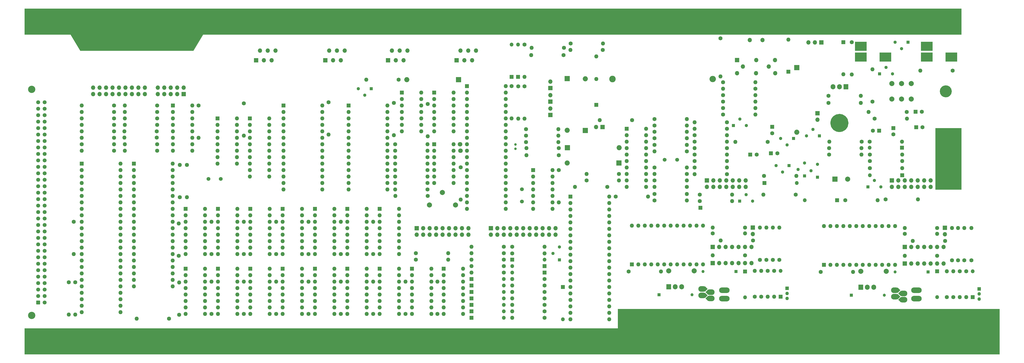
<source format=gbr>
%TF.GenerationSoftware,KiCad,Pcbnew,8.0.8+1*%
%TF.CreationDate,2025-02-09T17:16:14+01:00*%
%TF.ProjectId,Issue_5,49737375-655f-4352-9e6b-696361645f70,Issue 5*%
%TF.SameCoordinates,Original*%
%TF.FileFunction,Soldermask,Bot*%
%TF.FilePolarity,Negative*%
%FSLAX46Y46*%
G04 Gerber Fmt 4.6, Leading zero omitted, Abs format (unit mm)*
G04 Created by KiCad (PCBNEW 8.0.8+1) date 2025-02-09 17:16:14*
%MOMM*%
%LPD*%
G01*
G04 APERTURE LIST*
G04 Aperture macros list*
%AMRoundRect*
0 Rectangle with rounded corners*
0 $1 Rounding radius*
0 $2 $3 $4 $5 $6 $7 $8 $9 X,Y pos of 4 corners*
0 Add a 4 corners polygon primitive as box body*
4,1,4,$2,$3,$4,$5,$6,$7,$8,$9,$2,$3,0*
0 Add four circle primitives for the rounded corners*
1,1,$1+$1,$2,$3*
1,1,$1+$1,$4,$5*
1,1,$1+$1,$6,$7*
1,1,$1+$1,$8,$9*
0 Add four rect primitives between the rounded corners*
20,1,$1+$1,$2,$3,$4,$5,0*
20,1,$1+$1,$4,$5,$6,$7,0*
20,1,$1+$1,$6,$7,$8,$9,0*
20,1,$1+$1,$8,$9,$2,$3,0*%
%AMHorizOval*
0 Thick line with rounded ends*
0 $1 width*
0 $2 $3 position (X,Y) of the first rounded end (center of the circle)*
0 $4 $5 position (X,Y) of the second rounded end (center of the circle)*
0 Add line between two ends*
20,1,$1,$2,$3,$4,$5,0*
0 Add two circle primitives to create the rounded ends*
1,1,$1,$2,$3*
1,1,$1,$4,$5*%
%AMRotRect*
0 Rectangle, with rotation*
0 The origin of the aperture is its center*
0 $1 length*
0 $2 width*
0 $3 Rotation angle, in degrees counterclockwise*
0 Add horizontal line*
21,1,$1,$2,0,0,$3*%
G04 Aperture macros list end*
%ADD10C,3.581000*%
%ADD11C,0.100000*%
%ADD12C,2.350446*%
%ADD13R,1.905000X2.000000*%
%ADD14O,1.905000X2.000000*%
%ADD15C,1.600000*%
%ADD16O,1.600000X1.600000*%
%ADD17R,1.600000X1.600000*%
%ADD18RoundRect,0.050800X-2.250000X1.750000X-2.250000X-1.750000X2.250000X-1.750000X2.250000X1.750000X0*%
%ADD19R,1.500000X1.500000*%
%ADD20O,1.500000X1.500000*%
%ADD21R,1.200000X1.200000*%
%ADD22C,1.200000*%
%ADD23R,1.700000X1.700000*%
%ADD24O,1.700000X1.700000*%
%ADD25R,1.350000X1.350000*%
%ADD26O,1.350000X1.350000*%
%ADD27RotRect,1.500000X1.500000X45.000000*%
%ADD28RoundRect,1.100000X0.400000X0.000010X-0.400000X0.000010X-0.400000X-0.000010X0.400000X-0.000010X0*%
%ADD29RoundRect,1.100000X-0.400000X-0.000010X0.400000X-0.000010X0.400000X0.000010X-0.400000X0.000010X0*%
%ADD30R,1.300000X1.300000*%
%ADD31C,1.300000*%
%ADD32R,2.000000X2.000000*%
%ADD33O,2.000000X2.000000*%
%ADD34C,1.000000*%
%ADD35C,2.000000*%
%ADD36RoundRect,1.100000X-0.975000X-0.000010X0.975000X-0.000010X0.975000X0.000010X-0.975000X0.000010X0*%
%ADD37RoundRect,0.500000X-3.750000X-0.350000X3.750000X-0.350000X3.750000X0.350000X-3.750000X0.350000X0*%
%ADD38C,1.500000*%
%ADD39C,2.850000*%
%ADD40RoundRect,0.249999X-0.525001X0.525001X-0.525001X-0.525001X0.525001X-0.525001X0.525001X0.525001X0*%
%ADD41C,1.550000*%
%ADD42C,1.800000*%
%ADD43O,2.500000X2.600000*%
%ADD44O,2.500000X2.500000*%
%ADD45HorizOval,1.500000X0.000000X0.000000X0.000000X0.000000X0*%
G04 APERTURE END LIST*
D10*
X345071500Y-126238000D02*
G75*
G02*
X341490500Y-126238000I-1790500J0D01*
G01*
X341490500Y-126238000D02*
G75*
G02*
X345071500Y-126238000I1790500J0D01*
G01*
D11*
X391160000Y-91440000D02*
X93345000Y-91440000D01*
X89535000Y-97790000D01*
X45085000Y-97790000D01*
X41275000Y-91440000D01*
X23241000Y-91440000D01*
X23241000Y-81280000D01*
X391160000Y-81280000D01*
X391160000Y-91440000D01*
G36*
X391160000Y-91440000D02*
G01*
X93345000Y-91440000D01*
X89535000Y-97790000D01*
X45085000Y-97790000D01*
X41275000Y-91440000D01*
X23241000Y-91440000D01*
X23241000Y-81280000D01*
X391160000Y-81280000D01*
X391160000Y-91440000D01*
G37*
X406146000Y-217170000D02*
X23241000Y-217170000D01*
X23241000Y-207010000D01*
X256286000Y-207010000D01*
X256286000Y-199390000D01*
X406146000Y-199390000D01*
X406146000Y-217170000D01*
G36*
X406146000Y-217170000D02*
G01*
X23241000Y-217170000D01*
X23241000Y-207010000D01*
X256286000Y-207010000D01*
X256286000Y-199390000D01*
X406146000Y-199390000D01*
X406146000Y-217170000D01*
G37*
X381000000Y-128270000D02*
X391160000Y-128270000D01*
X391160000Y-152400000D01*
X381000000Y-152400000D01*
X381000000Y-128270000D01*
G36*
X381000000Y-128270000D02*
G01*
X391160000Y-128270000D01*
X391160000Y-152400000D01*
X381000000Y-152400000D01*
X381000000Y-128270000D01*
G37*
%TO.C,S3*%
D12*
X386239223Y-113792000D02*
G75*
G02*
X383888777Y-113792000I-1175223J0D01*
G01*
X383888777Y-113792000D02*
G75*
G02*
X386239223Y-113792000I1175223J0D01*
G01*
%TD*%
D13*
%TO.C,IC31*%
X276225000Y-190683000D03*
D14*
X278765000Y-190683000D03*
X281305000Y-190683000D03*
%TD*%
D15*
%TO.C,R47*%
X58420000Y-137160000D03*
D16*
X45720000Y-137160000D03*
%TD*%
D17*
%TO.C,C22*%
X358902000Y-129286000D03*
D15*
X356402000Y-129286000D03*
%TD*%
%TO.C,R81*%
X339217000Y-138684000D03*
D16*
X351917000Y-138684000D03*
%TD*%
D15*
%TO.C,R56*%
X297585000Y-115310000D03*
D16*
X310285000Y-115310000D03*
%TD*%
D15*
%TO.C,R62*%
X211455000Y-185039000D03*
D16*
X198755000Y-185039000D03*
%TD*%
D18*
%TO.C,J10*%
X377571000Y-96092000D03*
X377571000Y-100283000D03*
X387223000Y-100283000D03*
%TD*%
D19*
%TO.C,Z2*%
X367825400Y-135991600D03*
D20*
X355125400Y-135991600D03*
%TD*%
D15*
%TO.C,C31*%
X283337000Y-137414000D03*
D16*
X270637000Y-137414000D03*
%TD*%
D21*
%TO.C,C10*%
X347980000Y-193929000D03*
D22*
X360934000Y-193929000D03*
%TD*%
D19*
%TO.C,D2*%
X227457000Y-182499000D03*
D20*
X214757000Y-182499000D03*
%TD*%
D23*
%TO.C,J201*%
X368935000Y-175006000D03*
D24*
X371475000Y-175006000D03*
X374015000Y-175006000D03*
X376555000Y-175006000D03*
X379095000Y-175006000D03*
X381635000Y-175006000D03*
X384175000Y-175006000D03*
%TD*%
D15*
%TO.C,R86*%
X252095000Y-151384000D03*
D16*
X239395000Y-151384000D03*
%TD*%
D15*
%TO.C,R48*%
X233045000Y-138938000D03*
D16*
X220345000Y-138938000D03*
%TD*%
D15*
%TO.C,R21*%
X227457000Y-195199000D03*
D16*
X214757000Y-195199000D03*
%TD*%
D25*
%TO.C,SW2*%
X398145000Y-191453000D03*
D26*
X398145000Y-193453000D03*
X398145000Y-195453000D03*
%TD*%
D19*
%TO.C,D1*%
X227457000Y-185039000D03*
D20*
X214757000Y-185039000D03*
%TD*%
D17*
%TO.C,IC5*%
X137287000Y-160020000D03*
D16*
X137287000Y-162560000D03*
X137287000Y-165100000D03*
X137287000Y-167640000D03*
X137287000Y-170180000D03*
X137287000Y-172720000D03*
X137287000Y-175260000D03*
X137287000Y-177800000D03*
X144907000Y-177800000D03*
X144907000Y-175260000D03*
X144907000Y-172720000D03*
X144907000Y-170180000D03*
X144907000Y-167640000D03*
X144907000Y-165100000D03*
X144907000Y-162560000D03*
X144907000Y-160020000D03*
%TD*%
D15*
%TO.C,R94*%
X168783000Y-137160000D03*
D16*
X181483000Y-137160000D03*
%TD*%
D15*
%TO.C,R10*%
X235077000Y-96647000D03*
D16*
X222377000Y-96647000D03*
%TD*%
D17*
%TO.C,C41*%
X373166000Y-121793000D03*
D15*
X375666000Y-121793000D03*
%TD*%
%TO.C,R78*%
X75311000Y-134620000D03*
D16*
X62611000Y-134620000D03*
%TD*%
D15*
%TO.C,R44*%
X306197000Y-167386000D03*
D16*
X293497000Y-167386000D03*
%TD*%
D15*
%TO.C,R84*%
X355168200Y-133553200D03*
D16*
X367868200Y-133553200D03*
%TD*%
D15*
%TO.C,DC24*%
X147447000Y-201295000D03*
D16*
X147447000Y-188595000D03*
%TD*%
D27*
%TO.C,L2*%
X290449000Y-191516000D03*
D28*
X289399000Y-191516000D03*
D27*
X291719000Y-192786000D03*
D29*
X292769000Y-192786000D03*
D27*
X290449000Y-194056000D03*
D28*
X289399000Y-194056000D03*
D27*
X291719000Y-195199000D03*
D29*
X292769000Y-195199000D03*
%TD*%
D15*
%TO.C,R29*%
X355219000Y-141224000D03*
D16*
X367919000Y-141224000D03*
%TD*%
D15*
%TO.C,C32*%
X286385000Y-143764000D03*
D16*
X299085000Y-143764000D03*
%TD*%
D15*
%TO.C,JP2*%
X168783000Y-142240000D03*
D16*
X181483000Y-142240000D03*
%TD*%
D15*
%TO.C,C48*%
X234950000Y-99568000D03*
D16*
X222250000Y-99568000D03*
%TD*%
D15*
%TO.C,C49*%
X319659000Y-180086000D03*
D16*
X319659000Y-167386000D03*
%TD*%
D30*
%TO.C,TR7*%
X329565000Y-147066000D03*
D31*
X327025000Y-144526000D03*
X329565000Y-141986000D03*
%TD*%
D15*
%TO.C,R58*%
X297585000Y-120390000D03*
D16*
X310285000Y-120390000D03*
%TD*%
D15*
%TO.C,R17*%
X220218000Y-128651000D03*
D16*
X232918000Y-128651000D03*
%TD*%
D15*
%TO.C,R20*%
X227457000Y-197739000D03*
D16*
X214757000Y-197739000D03*
%TD*%
D17*
%TO.C,IC16*%
X175387000Y-183515000D03*
D16*
X175387000Y-186055000D03*
X175387000Y-188595000D03*
X175387000Y-191135000D03*
X175387000Y-193675000D03*
X175387000Y-196215000D03*
X175387000Y-198755000D03*
X175387000Y-201295000D03*
X183007000Y-201295000D03*
X183007000Y-198755000D03*
X183007000Y-196215000D03*
X183007000Y-193675000D03*
X183007000Y-191135000D03*
X183007000Y-188595000D03*
X183007000Y-186055000D03*
X183007000Y-183515000D03*
%TD*%
D15*
%TO.C,R90*%
X243967000Y-148844000D03*
D16*
X256667000Y-148844000D03*
%TD*%
D15*
%TO.C,C19*%
X326136000Y-154432000D03*
D16*
X313436000Y-154432000D03*
%TD*%
D19*
%TO.C,D16*%
X313817000Y-149860000D03*
D20*
X326517000Y-149860000D03*
%TD*%
D15*
%TO.C,R49*%
X315087000Y-133705600D03*
D16*
X302387000Y-133705600D03*
%TD*%
D17*
%TO.C,IC13*%
X137287000Y-183515000D03*
D16*
X137287000Y-186055000D03*
X137287000Y-188595000D03*
X137287000Y-191135000D03*
X137287000Y-193675000D03*
X137287000Y-196215000D03*
X137287000Y-198755000D03*
X137287000Y-201295000D03*
X144907000Y-201295000D03*
X144907000Y-198755000D03*
X144907000Y-196215000D03*
X144907000Y-193675000D03*
X144907000Y-191135000D03*
X144907000Y-188595000D03*
X144907000Y-186055000D03*
X144907000Y-183515000D03*
%TD*%
D15*
%TO.C,DC20*%
X96647000Y-201295000D03*
D16*
X96647000Y-188595000D03*
%TD*%
D15*
%TO.C,C50*%
X395097000Y-180213000D03*
D16*
X395097000Y-167513000D03*
%TD*%
D15*
%TO.C,R32*%
X288417000Y-156972000D03*
D16*
X301117000Y-156972000D03*
%TD*%
D32*
%TO.C,C37*%
X326567800Y-104444800D03*
D33*
X326567800Y-129844800D03*
%TD*%
D15*
%TO.C,DC26*%
X172847000Y-201295000D03*
D16*
X172847000Y-188595000D03*
%TD*%
D23*
%TO.C,J6*%
X192913000Y-101600000D03*
D24*
X194437000Y-97790000D03*
X195961000Y-101600000D03*
X197485000Y-97790000D03*
X199009000Y-101600000D03*
X200533000Y-97790000D03*
%TD*%
D23*
%TO.C,M2*%
X309245000Y-167335200D03*
D24*
X309245000Y-169875200D03*
%TD*%
D19*
%TO.C,D14*%
X306197000Y-184650000D03*
D20*
X306197000Y-194810000D03*
%TD*%
D30*
%TO.C,TR2*%
X370205000Y-94488000D03*
D31*
X367665000Y-97028000D03*
X365125000Y-94488000D03*
%TD*%
D19*
%TO.C,D22*%
X217043000Y-108077000D03*
D20*
X217043000Y-95377000D03*
%TD*%
D15*
%TO.C,DC5*%
X181610000Y-118745000D03*
D16*
X181610000Y-131445000D03*
%TD*%
D15*
%TO.C,R92*%
X219583000Y-95377000D03*
D16*
X219583000Y-108077000D03*
%TD*%
D23*
%TO.C,HDB1*%
X291211000Y-148844000D03*
D24*
X293751000Y-148844000D03*
X296291000Y-148844000D03*
X298831000Y-148844000D03*
X301371000Y-148844000D03*
X303911000Y-148844000D03*
X306451000Y-148844000D03*
X291211000Y-151384000D03*
X293751000Y-151384000D03*
X296291000Y-151384000D03*
X298831000Y-151384000D03*
X301371000Y-151384000D03*
X303911000Y-151384000D03*
X306451000Y-151384000D03*
%TD*%
D15*
%TO.C,R63*%
X211455000Y-182499000D03*
D16*
X198755000Y-182499000D03*
%TD*%
D17*
%TO.C,C21*%
X308269000Y-138684000D03*
D15*
X310769000Y-138684000D03*
%TD*%
D23*
%TO.C,J2*%
X85725000Y-114845000D03*
D24*
X85725000Y-112305000D03*
X83185000Y-114845000D03*
X83185000Y-112305000D03*
X80645000Y-114845000D03*
X80645000Y-112305000D03*
X78105000Y-114845000D03*
X78105000Y-112305000D03*
X75565000Y-114845000D03*
X75565000Y-112305000D03*
X70485000Y-114845000D03*
X70485000Y-112305000D03*
X67945000Y-114845000D03*
X67945000Y-112305000D03*
X65405000Y-114845000D03*
X65405000Y-112305000D03*
X62865000Y-114845000D03*
X62865000Y-112305000D03*
X60325000Y-114845000D03*
X60325000Y-112305000D03*
X57785000Y-114845000D03*
X57785000Y-112305000D03*
X55245000Y-114845000D03*
X55245000Y-112305000D03*
X52705000Y-114845000D03*
X52705000Y-112305000D03*
X50165000Y-114845000D03*
X50165000Y-112305000D03*
%TD*%
D15*
%TO.C,C13*%
X312039000Y-180086000D03*
D16*
X312039000Y-167386000D03*
%TD*%
D15*
%TO.C,R74*%
X75184000Y-129540000D03*
D16*
X62484000Y-129540000D03*
%TD*%
D15*
%TO.C,C16*%
X368935000Y-169799000D03*
D16*
X381635000Y-169799000D03*
%TD*%
D15*
%TO.C,C34*%
X286385000Y-138684000D03*
D16*
X299085000Y-138684000D03*
%TD*%
D19*
%TO.C,D3*%
X214757000Y-179959000D03*
D20*
X227457000Y-179959000D03*
%TD*%
D15*
%TO.C,C43*%
X270637000Y-124714000D03*
D16*
X283337000Y-124714000D03*
%TD*%
D30*
%TO.C,TR5*%
X334645000Y-147574000D03*
D31*
X332105000Y-145034000D03*
X334645000Y-142494000D03*
%TD*%
D17*
%TO.C,IC18*%
X45720000Y-142240000D03*
D16*
X45720000Y-144780000D03*
X45720000Y-147320000D03*
X45720000Y-149860000D03*
X45720000Y-152400000D03*
X45720000Y-154940000D03*
X45720000Y-157480000D03*
X45720000Y-160020000D03*
X45720000Y-162560000D03*
X45720000Y-165100000D03*
X45720000Y-167640000D03*
X45720000Y-170180000D03*
X45720000Y-172720000D03*
X45720000Y-175260000D03*
X45720000Y-177800000D03*
X45720000Y-180340000D03*
X45720000Y-182880000D03*
X45720000Y-185420000D03*
X45720000Y-187960000D03*
X45720000Y-190500000D03*
X45720000Y-193040000D03*
X45720000Y-195580000D03*
X45720000Y-198120000D03*
X45720000Y-200660000D03*
X60960000Y-200660000D03*
X60960000Y-198120000D03*
X60960000Y-195580000D03*
X60960000Y-193040000D03*
X60960000Y-190500000D03*
X60960000Y-187960000D03*
X60960000Y-185420000D03*
X60960000Y-182880000D03*
X60960000Y-180340000D03*
X60960000Y-177800000D03*
X60960000Y-175260000D03*
X60960000Y-172720000D03*
X60960000Y-170180000D03*
X60960000Y-167640000D03*
X60960000Y-165100000D03*
X60960000Y-162560000D03*
X60960000Y-160020000D03*
X60960000Y-157480000D03*
X60960000Y-154940000D03*
X60960000Y-152400000D03*
X60960000Y-149860000D03*
X60960000Y-147320000D03*
X60960000Y-144780000D03*
X60960000Y-142240000D03*
%TD*%
D15*
%TO.C,C20*%
X361467400Y-156311600D03*
D16*
X374167400Y-156311600D03*
%TD*%
D17*
%TO.C,IC28*%
X259715000Y-128524000D03*
D16*
X259715000Y-131064000D03*
X259715000Y-133604000D03*
X259715000Y-136144000D03*
X259715000Y-138684000D03*
X259715000Y-141224000D03*
X259715000Y-143764000D03*
X259715000Y-146304000D03*
X259715000Y-148844000D03*
X259715000Y-151384000D03*
X267335000Y-151384000D03*
X267335000Y-148844000D03*
X267335000Y-146304000D03*
X267335000Y-143764000D03*
X267335000Y-141224000D03*
X267335000Y-138684000D03*
X267335000Y-136144000D03*
X267335000Y-133604000D03*
X267335000Y-131064000D03*
X267335000Y-128524000D03*
%TD*%
D15*
%TO.C,DC27*%
X185420000Y-201295000D03*
D16*
X185420000Y-188595000D03*
%TD*%
D23*
%TO.C,J4*%
X141351000Y-101600000D03*
D24*
X142875000Y-97790000D03*
X144399000Y-101600000D03*
X145923000Y-97790000D03*
X147447000Y-101600000D03*
X148971000Y-97790000D03*
%TD*%
D21*
%TO.C,C11*%
X302641000Y-184658000D03*
D22*
X289687000Y-184658000D03*
%TD*%
D15*
%TO.C,C26*%
X270637000Y-143764000D03*
D16*
X283337000Y-143764000D03*
%TD*%
D17*
%TO.C,C47*%
X364490000Y-128207888D03*
D15*
X364490000Y-130707888D03*
%TD*%
%TO.C,R18*%
X227457000Y-202819000D03*
D16*
X214757000Y-202819000D03*
%TD*%
D15*
%TO.C,C5*%
X306197000Y-178308000D03*
D16*
X293497000Y-178308000D03*
%TD*%
D15*
%TO.C,C46*%
X345567000Y-156591000D03*
D16*
X358267000Y-156591000D03*
%TD*%
D15*
%TO.C,R61*%
X237744000Y-94996000D03*
D16*
X250444000Y-94996000D03*
%TD*%
D15*
%TO.C,R23*%
X227457000Y-190119000D03*
D16*
X214757000Y-190119000D03*
%TD*%
D15*
%TO.C,R82*%
X357149400Y-124561600D03*
D16*
X369849400Y-124561600D03*
%TD*%
D15*
%TO.C,R57*%
X297585000Y-117850000D03*
D16*
X310285000Y-117850000D03*
%TD*%
D15*
%TO.C,DC3*%
X142621000Y-118110000D03*
D16*
X142621000Y-130810000D03*
%TD*%
D34*
%TO.C,X2*%
X216027000Y-136398000D03*
X216027000Y-134698000D03*
%TD*%
D15*
%TO.C,L5*%
X369697000Y-121920000D03*
D16*
X354697000Y-121920000D03*
%TD*%
D15*
%TO.C,R33*%
X355219000Y-144018000D03*
D16*
X367919000Y-144018000D03*
%TD*%
D15*
%TO.C,R76*%
X75184000Y-131953000D03*
D16*
X62484000Y-131953000D03*
%TD*%
D15*
%TO.C,R51*%
X270637000Y-129674000D03*
D16*
X283337000Y-129674000D03*
%TD*%
D15*
%TO.C,R85*%
X261874000Y-125095000D03*
D16*
X249174000Y-125095000D03*
%TD*%
D35*
%TO.C,TC1*%
X187325000Y-153543000D03*
X192532000Y-158496000D03*
X182245000Y-158496000D03*
%TD*%
D15*
%TO.C,R40*%
X315087000Y-184404000D03*
D16*
X315087000Y-194564000D03*
%TD*%
D23*
%TO.C,J202*%
X368935000Y-181483000D03*
D24*
X371475000Y-181483000D03*
X374015000Y-181483000D03*
X376555000Y-181483000D03*
X379095000Y-181483000D03*
X381635000Y-181483000D03*
X384175000Y-181483000D03*
%TD*%
D15*
%TO.C,R15*%
X387731000Y-105664000D03*
D16*
X375031000Y-105664000D03*
%TD*%
D17*
%TO.C,D25*%
X323215000Y-106045000D03*
D16*
X323215000Y-93472000D03*
%TD*%
D15*
%TO.C,R80*%
X220218000Y-131191000D03*
D16*
X232918000Y-131191000D03*
%TD*%
D15*
%TO.C,DC16*%
X160147000Y-177800000D03*
D16*
X160147000Y-165100000D03*
%TD*%
D15*
%TO.C,R8*%
X214503000Y-111760000D03*
D16*
X214503000Y-124460000D03*
%TD*%
D17*
%TO.C,IC25*%
X184150000Y-114300000D03*
D16*
X184150000Y-116840000D03*
X184150000Y-119380000D03*
X184150000Y-121920000D03*
X184150000Y-124460000D03*
X184150000Y-127000000D03*
X184150000Y-129540000D03*
X191770000Y-129540000D03*
X191770000Y-127000000D03*
X191770000Y-124460000D03*
X191770000Y-121920000D03*
X191770000Y-119380000D03*
X191770000Y-116840000D03*
X191770000Y-114300000D03*
%TD*%
D15*
%TO.C,R12*%
X339217000Y-136144000D03*
D16*
X351917000Y-136144000D03*
%TD*%
D17*
%TO.C,IC33*%
X124968000Y-119380000D03*
D16*
X124968000Y-121920000D03*
X124968000Y-124460000D03*
X124968000Y-127000000D03*
X124968000Y-129540000D03*
X124968000Y-132080000D03*
X124968000Y-134620000D03*
X124968000Y-137160000D03*
X124968000Y-139700000D03*
X124968000Y-142240000D03*
X124968000Y-144780000D03*
X124968000Y-147320000D03*
X124968000Y-149860000D03*
X124968000Y-152400000D03*
X140208000Y-152400000D03*
X140208000Y-149860000D03*
X140208000Y-147320000D03*
X140208000Y-144780000D03*
X140208000Y-142240000D03*
X140208000Y-139700000D03*
X140208000Y-137160000D03*
X140208000Y-134620000D03*
X140208000Y-132080000D03*
X140208000Y-129540000D03*
X140208000Y-127000000D03*
X140208000Y-124460000D03*
X140208000Y-121920000D03*
X140208000Y-119380000D03*
%TD*%
D17*
%TO.C,IC10*%
X99187000Y-183515000D03*
D16*
X99187000Y-186055000D03*
X99187000Y-188595000D03*
X99187000Y-191135000D03*
X99187000Y-193675000D03*
X99187000Y-196215000D03*
X99187000Y-198755000D03*
X99187000Y-201295000D03*
X106807000Y-201295000D03*
X106807000Y-198755000D03*
X106807000Y-196215000D03*
X106807000Y-193675000D03*
X106807000Y-191135000D03*
X106807000Y-188595000D03*
X106807000Y-186055000D03*
X106807000Y-183515000D03*
%TD*%
D15*
%TO.C,R54*%
X270637000Y-132214000D03*
D16*
X283337000Y-132214000D03*
%TD*%
D15*
%TO.C,R35*%
X385445000Y-194691000D03*
D16*
X385445000Y-184531000D03*
%TD*%
D15*
%TO.C,C44*%
X338963000Y-115570000D03*
D16*
X351663000Y-115570000D03*
%TD*%
D19*
%TO.C,D10*%
X198755000Y-190119000D03*
D20*
X211455000Y-190119000D03*
%TD*%
D15*
%TO.C,R72*%
X75311000Y-127000000D03*
D16*
X62611000Y-127000000D03*
%TD*%
D17*
%TO.C,IC3*%
X111887000Y-160020000D03*
D16*
X111887000Y-162560000D03*
X111887000Y-165100000D03*
X111887000Y-167640000D03*
X111887000Y-170180000D03*
X111887000Y-172720000D03*
X111887000Y-175260000D03*
X111887000Y-177800000D03*
X119507000Y-177800000D03*
X119507000Y-175260000D03*
X119507000Y-172720000D03*
X119507000Y-170180000D03*
X119507000Y-167640000D03*
X119507000Y-165100000D03*
X119507000Y-162560000D03*
X119507000Y-160020000D03*
%TD*%
D15*
%TO.C,C45*%
X286385000Y-131064000D03*
D16*
X299085000Y-131064000D03*
%TD*%
D13*
%TO.C,U35*%
X345821000Y-112014000D03*
D14*
X343281000Y-112014000D03*
X340741000Y-112014000D03*
%TD*%
D19*
%TO.C,D12*%
X320167000Y-194564000D03*
D20*
X320167000Y-184404000D03*
%TD*%
D23*
%TO.C,J101*%
X293497000Y-175006000D03*
D24*
X296037000Y-175006000D03*
X298577000Y-175006000D03*
X301117000Y-175006000D03*
X303657000Y-175006000D03*
X306197000Y-175006000D03*
X308737000Y-175006000D03*
%TD*%
D23*
%TO.C,J3*%
X114173000Y-101600000D03*
D24*
X115697000Y-97790000D03*
X117221000Y-101600000D03*
X118745000Y-97790000D03*
X120269000Y-101600000D03*
X121793000Y-97790000D03*
%TD*%
D15*
%TO.C,R88*%
X310261000Y-112770000D03*
D16*
X297561000Y-112770000D03*
%TD*%
D15*
%TO.C,R25*%
X283337000Y-151384000D03*
D16*
X270637000Y-151384000D03*
%TD*%
D18*
%TO.C,J9*%
X351703000Y-96092000D03*
X351703000Y-100283000D03*
X361355000Y-100283000D03*
%TD*%
D15*
%TO.C,R98*%
X270637000Y-156718000D03*
D16*
X283337000Y-156718000D03*
%TD*%
D19*
%TO.C,D13*%
X395605000Y-194691000D03*
D20*
X395605000Y-184531000D03*
%TD*%
D15*
%TO.C,R42*%
X314579000Y-180086000D03*
D16*
X314579000Y-167386000D03*
%TD*%
D36*
%TO.C,L6*%
X298103000Y-192024000D03*
X298103000Y-195326000D03*
%TD*%
D17*
%TO.C,IC27*%
X171450000Y-114300000D03*
D16*
X171450000Y-116840000D03*
X171450000Y-119380000D03*
X171450000Y-121920000D03*
X171450000Y-124460000D03*
X171450000Y-127000000D03*
X171450000Y-129540000D03*
X179070000Y-129540000D03*
X179070000Y-127000000D03*
X179070000Y-124460000D03*
X179070000Y-121920000D03*
X179070000Y-119380000D03*
X179070000Y-116840000D03*
X179070000Y-114300000D03*
%TD*%
D15*
%TO.C,R65*%
X211455000Y-177419000D03*
D16*
X198755000Y-177419000D03*
%TD*%
D19*
%TO.C,D8*%
X198755000Y-195199000D03*
D20*
X211455000Y-195199000D03*
%TD*%
D15*
%TO.C,R1*%
X58420000Y-132080000D03*
D16*
X45720000Y-132080000D03*
%TD*%
D37*
%TO.C,EC1*%
X386207000Y-131318000D03*
X386207000Y-133858000D03*
X386207000Y-138938000D03*
X386207000Y-141478000D03*
X386207000Y-144018000D03*
X386207000Y-146558000D03*
X386207000Y-149098000D03*
%TD*%
D15*
%TO.C,R68*%
X176911000Y-177419000D03*
D16*
X189611000Y-177419000D03*
%TD*%
D15*
%TO.C,R83*%
X313715400Y-147015200D03*
D16*
X326415400Y-147015200D03*
%TD*%
D15*
%TO.C,C33*%
X299085000Y-136144000D03*
D16*
X286385000Y-136144000D03*
%TD*%
D17*
%TO.C,IC26*%
X223012000Y-144780000D03*
D16*
X223012000Y-147320000D03*
X223012000Y-149860000D03*
X223012000Y-152400000D03*
X223012000Y-154940000D03*
X223012000Y-157480000D03*
X223012000Y-160020000D03*
X230632000Y-160020000D03*
X230632000Y-157480000D03*
X230632000Y-154940000D03*
X230632000Y-152400000D03*
X230632000Y-149860000D03*
X230632000Y-147320000D03*
X230632000Y-144780000D03*
%TD*%
D15*
%TO.C,R45*%
X381635000Y-167513000D03*
D16*
X368935000Y-167513000D03*
%TD*%
D17*
%TO.C,IC19*%
X81534000Y-119380000D03*
D16*
X81534000Y-121920000D03*
X81534000Y-124460000D03*
X81534000Y-127000000D03*
X81534000Y-129540000D03*
X81534000Y-132080000D03*
X81534000Y-134620000D03*
X81534000Y-137160000D03*
X89154000Y-137160000D03*
X89154000Y-134620000D03*
X89154000Y-132080000D03*
X89154000Y-129540000D03*
X89154000Y-127000000D03*
X89154000Y-124460000D03*
X89154000Y-121920000D03*
X89154000Y-119380000D03*
%TD*%
D17*
%TO.C,IC30*%
X337185000Y-181991000D03*
D16*
X339725000Y-181991000D03*
X342265000Y-181991000D03*
X344805000Y-181991000D03*
X347345000Y-181991000D03*
X349885000Y-181991000D03*
X352425000Y-181991000D03*
X354965000Y-181991000D03*
X357505000Y-181991000D03*
X360045000Y-181991000D03*
X362585000Y-181991000D03*
X365125000Y-181991000D03*
X365125000Y-166751000D03*
X362585000Y-166751000D03*
X360045000Y-166751000D03*
X357505000Y-166751000D03*
X354965000Y-166751000D03*
X352425000Y-166751000D03*
X349885000Y-166751000D03*
X347345000Y-166751000D03*
X344805000Y-166751000D03*
X342265000Y-166751000D03*
X339725000Y-166751000D03*
X337185000Y-166751000D03*
%TD*%
D24*
%TO.C,J7*%
X313055000Y-93585000D03*
X308055000Y-93585000D03*
D23*
X303102000Y-101459000D03*
D24*
X310595000Y-101459000D03*
X317961000Y-101459000D03*
X305388000Y-103999000D03*
X315548000Y-103999000D03*
X303055000Y-106666000D03*
X318055000Y-106666000D03*
X310555000Y-106666000D03*
%TD*%
D30*
%TO.C,TR4*%
X354457000Y-151384000D03*
D31*
X356997000Y-148844000D03*
X359537000Y-151384000D03*
%TD*%
D15*
%TO.C,C18*%
X335915000Y-184785000D03*
D16*
X348615000Y-184785000D03*
%TD*%
D17*
%TO.C,IC7*%
X162687000Y-160020000D03*
D16*
X162687000Y-162560000D03*
X162687000Y-165100000D03*
X162687000Y-167640000D03*
X162687000Y-170180000D03*
X162687000Y-172720000D03*
X162687000Y-175260000D03*
X162687000Y-177800000D03*
X170307000Y-177800000D03*
X170307000Y-175260000D03*
X170307000Y-172720000D03*
X170307000Y-170180000D03*
X170307000Y-167640000D03*
X170307000Y-165100000D03*
X170307000Y-162560000D03*
X170307000Y-160020000D03*
%TD*%
D15*
%TO.C,R96*%
X170180000Y-109220000D03*
D16*
X157480000Y-109220000D03*
%TD*%
D23*
%TO.C,J8*%
X336169000Y-94570000D03*
D24*
X333629000Y-94570000D03*
X331089000Y-94570000D03*
%TD*%
D15*
%TO.C,DC15*%
X147447000Y-177800000D03*
D16*
X147447000Y-165100000D03*
%TD*%
D15*
%TO.C,R13*%
X338963000Y-118364000D03*
D16*
X351663000Y-118364000D03*
%TD*%
D15*
%TO.C,JP6*%
X181483000Y-152400000D03*
D16*
X168783000Y-152400000D03*
%TD*%
D15*
%TO.C,R100*%
X309372000Y-172466000D03*
D16*
X296672000Y-172466000D03*
%TD*%
D25*
%TO.C,SW1*%
X322707000Y-191262000D03*
D26*
X322707000Y-193262000D03*
X322707000Y-195262000D03*
%TD*%
D15*
%TO.C,R91*%
X220218000Y-133731000D03*
D16*
X232918000Y-133731000D03*
%TD*%
D17*
%TO.C,C42*%
X373420000Y-127889000D03*
D15*
X375920000Y-127889000D03*
%TD*%
D13*
%TO.C,IC32*%
X351663000Y-190810000D03*
D14*
X354203000Y-190810000D03*
X356743000Y-190810000D03*
%TD*%
D17*
%TO.C,IC6*%
X149987000Y-160020000D03*
D16*
X149987000Y-162560000D03*
X149987000Y-165100000D03*
X149987000Y-167640000D03*
X149987000Y-170180000D03*
X149987000Y-172720000D03*
X149987000Y-175260000D03*
X149987000Y-177800000D03*
X157607000Y-177800000D03*
X157607000Y-175260000D03*
X157607000Y-172720000D03*
X157607000Y-170180000D03*
X157607000Y-167640000D03*
X157607000Y-165100000D03*
X157607000Y-162560000D03*
X157607000Y-160020000D03*
%TD*%
D17*
%TO.C,IC9*%
X86487000Y-183515000D03*
D16*
X86487000Y-186055000D03*
X86487000Y-188595000D03*
X86487000Y-191135000D03*
X86487000Y-193675000D03*
X86487000Y-196215000D03*
X86487000Y-198755000D03*
X86487000Y-201295000D03*
X94107000Y-201295000D03*
X94107000Y-198755000D03*
X94107000Y-196215000D03*
X94107000Y-193675000D03*
X94107000Y-191135000D03*
X94107000Y-188595000D03*
X94107000Y-186055000D03*
X94107000Y-183515000D03*
%TD*%
D32*
%TO.C,C23*%
X243459000Y-129159000D03*
D33*
X243459000Y-108839000D03*
%TD*%
D17*
%TO.C,IC29*%
X261747000Y-181864000D03*
D16*
X264287000Y-181864000D03*
X266827000Y-181864000D03*
X269367000Y-181864000D03*
X271907000Y-181864000D03*
X274447000Y-181864000D03*
X276987000Y-181864000D03*
X279527000Y-181864000D03*
X282067000Y-181864000D03*
X284607000Y-181864000D03*
X287147000Y-181864000D03*
X289687000Y-181864000D03*
X289687000Y-166624000D03*
X287147000Y-166624000D03*
X284607000Y-166624000D03*
X282067000Y-166624000D03*
X279527000Y-166624000D03*
X276987000Y-166624000D03*
X274447000Y-166624000D03*
X271907000Y-166624000D03*
X269367000Y-166624000D03*
X266827000Y-166624000D03*
X264287000Y-166624000D03*
X261747000Y-166624000D03*
%TD*%
D15*
%TO.C,R28*%
X288417000Y-154432000D03*
D16*
X301117000Y-154432000D03*
%TD*%
D15*
%TO.C,R77*%
X75311000Y-121920000D03*
D16*
X62611000Y-121920000D03*
%TD*%
D15*
%TO.C,R34*%
X310007000Y-194564000D03*
D16*
X310007000Y-184404000D03*
%TD*%
D15*
%TO.C,R55*%
X286385000Y-133604000D03*
D16*
X299085000Y-133604000D03*
%TD*%
D15*
%TO.C,R9*%
X217144600Y-111810800D03*
D16*
X217144600Y-124510800D03*
%TD*%
D15*
%TO.C,C15*%
X293497000Y-169672000D03*
D16*
X306197000Y-169672000D03*
%TD*%
D32*
%TO.C,C39*%
X341503000Y-148336000D03*
D35*
X346503000Y-148336000D03*
%TD*%
D32*
%TO.C,C25*%
X256717800Y-141986000D03*
D33*
X236397800Y-141986000D03*
%TD*%
D15*
%TO.C,R59*%
X297585000Y-122930000D03*
D16*
X310285000Y-122930000D03*
%TD*%
D15*
%TO.C,C29*%
X270637000Y-134874000D03*
D16*
X283337000Y-134874000D03*
%TD*%
D15*
%TO.C,DC25*%
X160147000Y-201295000D03*
D16*
X160147000Y-188595000D03*
%TD*%
D30*
%TO.C,TR1.1*%
X325247000Y-132334000D03*
D31*
X322707000Y-134874000D03*
X320167000Y-132334000D03*
%TD*%
D23*
%TO.C,M3*%
X384683000Y-167487600D03*
D24*
X384683000Y-170027600D03*
%TD*%
D17*
%TO.C,IC17*%
X184150000Y-134620000D03*
D16*
X184150000Y-137160000D03*
X184150000Y-139700000D03*
X184150000Y-142240000D03*
X184150000Y-144780000D03*
X184150000Y-147320000D03*
X184150000Y-149860000D03*
X191770000Y-149860000D03*
X191770000Y-147320000D03*
X191770000Y-144780000D03*
X191770000Y-142240000D03*
X191770000Y-139700000D03*
X191770000Y-137160000D03*
X191770000Y-134620000D03*
%TD*%
D15*
%TO.C,C30*%
X286385000Y-141224000D03*
D16*
X299085000Y-141224000D03*
%TD*%
D17*
%TO.C,IC23*%
X196977000Y-111760000D03*
D16*
X196977000Y-114300000D03*
X196977000Y-116840000D03*
X196977000Y-119380000D03*
X196977000Y-121920000D03*
X196977000Y-124460000D03*
X196977000Y-127000000D03*
X196977000Y-129540000D03*
X196977000Y-132080000D03*
X196977000Y-134620000D03*
X196977000Y-137160000D03*
X196977000Y-139700000D03*
X196977000Y-142240000D03*
X196977000Y-144780000D03*
X196977000Y-147320000D03*
X196977000Y-149860000D03*
X196977000Y-152400000D03*
X196977000Y-154940000D03*
X196977000Y-157480000D03*
X196977000Y-160020000D03*
X212217000Y-160020000D03*
X212217000Y-157480000D03*
X212217000Y-154940000D03*
X212217000Y-152400000D03*
X212217000Y-149860000D03*
X212217000Y-147320000D03*
X212217000Y-144780000D03*
X212217000Y-142240000D03*
X212217000Y-139700000D03*
X212217000Y-137160000D03*
X212217000Y-134620000D03*
X212217000Y-132080000D03*
X212217000Y-129540000D03*
X212217000Y-127000000D03*
X212217000Y-124460000D03*
X212217000Y-121920000D03*
X212217000Y-119380000D03*
X212217000Y-116840000D03*
X212217000Y-114300000D03*
X212217000Y-111760000D03*
%TD*%
D30*
%TO.C,TR6*%
X304070000Y-156925000D03*
D31*
X306610000Y-154385000D03*
X309150000Y-156925000D03*
%TD*%
D15*
%TO.C,C27*%
X270637000Y-148844000D03*
D16*
X283337000Y-148844000D03*
%TD*%
D21*
%TO.C,C9*%
X272479888Y-193802000D03*
D22*
X285433888Y-193802000D03*
%TD*%
D15*
%TO.C,R67*%
X214757000Y-174879000D03*
D16*
X227457000Y-174879000D03*
%TD*%
D15*
%TO.C,R89*%
X256667000Y-146304000D03*
D16*
X243967000Y-146304000D03*
%TD*%
D15*
%TO.C,R46*%
X181610000Y-154940000D03*
D16*
X168910000Y-154940000D03*
%TD*%
D38*
%TO.C,X3*%
X279527000Y-140716000D03*
X274647000Y-140716000D03*
%TD*%
D15*
%TO.C,DC13*%
X122047000Y-177800000D03*
D16*
X122047000Y-165100000D03*
%TD*%
D15*
%TO.C,R101*%
X384810000Y-172593000D03*
D16*
X372110000Y-172593000D03*
%TD*%
D24*
%TO.C,J11*%
X177292000Y-170120000D03*
D23*
X177292000Y-167580000D03*
D24*
X179832000Y-170120000D03*
X179832000Y-167580000D03*
X182372000Y-170120000D03*
X182372000Y-167580000D03*
X184912000Y-170120000D03*
X184912000Y-167580000D03*
X187452000Y-170120000D03*
X187452000Y-167580000D03*
X189992000Y-170120000D03*
X189992000Y-167580000D03*
X192532000Y-170120000D03*
X192532000Y-167580000D03*
X195072000Y-170120000D03*
X195072000Y-167580000D03*
X197612000Y-170120000D03*
X197612000Y-167580000D03*
%TD*%
D35*
%TO.C,DC29*%
X361696000Y-184531000D03*
X351696000Y-184531000D03*
%TD*%
%TO.C,DC28*%
X286225000Y-184404000D03*
X276225000Y-184404000D03*
%TD*%
D15*
%TO.C,DC21*%
X109347000Y-201295000D03*
D16*
X109347000Y-188595000D03*
%TD*%
D15*
%TO.C,C6*%
X381635000Y-178435000D03*
D16*
X368935000Y-178435000D03*
%TD*%
D19*
%TO.C,D5*%
X198755000Y-202819000D03*
D20*
X211455000Y-202819000D03*
%TD*%
D15*
%TO.C,C17*%
X260477000Y-184658000D03*
D16*
X273177000Y-184658000D03*
%TD*%
D15*
%TO.C,R69*%
X176911000Y-179959000D03*
D16*
X189611000Y-179959000D03*
%TD*%
D15*
%TO.C,DC6*%
X219633800Y-111810800D03*
D16*
X219633800Y-124510800D03*
%TD*%
D23*
%TO.C,J5*%
X165989000Y-101600000D03*
D24*
X167513000Y-97790000D03*
X169037000Y-101600000D03*
X170561000Y-97790000D03*
X172085000Y-101600000D03*
X173609000Y-97790000D03*
%TD*%
D17*
%TO.C,IC4*%
X124587000Y-160020000D03*
D16*
X124587000Y-162560000D03*
X124587000Y-165100000D03*
X124587000Y-167640000D03*
X124587000Y-170180000D03*
X124587000Y-172720000D03*
X124587000Y-175260000D03*
X124587000Y-177800000D03*
X132207000Y-177800000D03*
X132207000Y-175260000D03*
X132207000Y-172720000D03*
X132207000Y-170180000D03*
X132207000Y-167640000D03*
X132207000Y-165100000D03*
X132207000Y-162560000D03*
X132207000Y-160020000D03*
%TD*%
D15*
%TO.C,R37*%
X387985000Y-194691000D03*
D16*
X387985000Y-184531000D03*
%TD*%
D15*
%TO.C,R95*%
X214757000Y-177546000D03*
D16*
X227457000Y-177546000D03*
%TD*%
D17*
%TO.C,IC11*%
X111887000Y-183515000D03*
D16*
X111887000Y-186055000D03*
X111887000Y-188595000D03*
X111887000Y-191135000D03*
X111887000Y-193675000D03*
X111887000Y-196215000D03*
X111887000Y-198755000D03*
X111887000Y-201295000D03*
X119507000Y-201295000D03*
X119507000Y-198755000D03*
X119507000Y-196215000D03*
X119507000Y-193675000D03*
X119507000Y-191135000D03*
X119507000Y-188595000D03*
X119507000Y-186055000D03*
X119507000Y-183515000D03*
%TD*%
D17*
%TO.C,IC1*%
X86487000Y-160020000D03*
D16*
X86487000Y-162560000D03*
X86487000Y-165100000D03*
X86487000Y-167640000D03*
X86487000Y-170180000D03*
X86487000Y-172720000D03*
X86487000Y-175260000D03*
X86487000Y-177800000D03*
X94107000Y-177800000D03*
X94107000Y-175260000D03*
X94107000Y-172720000D03*
X94107000Y-170180000D03*
X94107000Y-167640000D03*
X94107000Y-165100000D03*
X94107000Y-162560000D03*
X94107000Y-160020000D03*
%TD*%
D23*
%TO.C,D27*%
X229743000Y-112522000D03*
D24*
X229743000Y-109982000D03*
%TD*%
D19*
%TO.C,D9*%
X198755000Y-192659000D03*
D20*
X211455000Y-192659000D03*
%TD*%
D15*
%TO.C,C14*%
X387477000Y-180213000D03*
D16*
X387477000Y-167513000D03*
%TD*%
D15*
%TO.C,R26*%
X299085000Y-146354800D03*
D16*
X286385000Y-146354800D03*
%TD*%
D30*
%TO.C,TR3*%
X323469000Y-143002000D03*
D31*
X320929000Y-145542000D03*
X318389000Y-143002000D03*
%TD*%
D39*
%TO.C,J1*%
X26035000Y-201940000D03*
X26035000Y-113040000D03*
D40*
X28575000Y-196850000D03*
D41*
X28575000Y-194310000D03*
X28575000Y-191770000D03*
X28575000Y-189230000D03*
X28575000Y-186690000D03*
X28575000Y-184150000D03*
X28575000Y-181610000D03*
X28575000Y-179070000D03*
X28575000Y-176530000D03*
X28575000Y-173990000D03*
X28575000Y-171450000D03*
X28575000Y-168910000D03*
X28575000Y-166370000D03*
X28575000Y-163830000D03*
X28575000Y-161290000D03*
X28575000Y-158750000D03*
X28575000Y-156210000D03*
X28575000Y-153670000D03*
X28575000Y-151130000D03*
X28575000Y-148590000D03*
X28575000Y-146050000D03*
X28575000Y-143510000D03*
X28575000Y-140970000D03*
X28575000Y-138430000D03*
X28575000Y-135890000D03*
X28575000Y-133350000D03*
X28575000Y-130810000D03*
X28575000Y-128270000D03*
X28575000Y-125730000D03*
X28575000Y-123190000D03*
X28575000Y-120650000D03*
X28575000Y-118110000D03*
X31115000Y-196850000D03*
X31115000Y-194310000D03*
X31115000Y-191770000D03*
X31115000Y-189230000D03*
X31115000Y-186690000D03*
X31115000Y-184150000D03*
X31115000Y-181610000D03*
X31115000Y-179070000D03*
X31115000Y-176530000D03*
X31115000Y-173990000D03*
X31115000Y-171450000D03*
X31115000Y-168910000D03*
X31115000Y-166370000D03*
X31115000Y-163830000D03*
X31115000Y-161290000D03*
X31115000Y-158750000D03*
X31115000Y-156210000D03*
X31115000Y-153670000D03*
X31115000Y-151130000D03*
X31115000Y-148590000D03*
X31115000Y-146050000D03*
X31115000Y-143510000D03*
X31115000Y-140970000D03*
X31115000Y-138430000D03*
X31115000Y-135890000D03*
X31115000Y-133350000D03*
X31115000Y-130810000D03*
X31115000Y-128270000D03*
X31115000Y-125730000D03*
X31115000Y-123190000D03*
X31115000Y-120650000D03*
X31115000Y-118110000D03*
%TD*%
D15*
%TO.C,DC10*%
X83820000Y-178435000D03*
D16*
X83820000Y-165735000D03*
%TD*%
D19*
%TO.C,D7*%
X198755000Y-197739000D03*
D20*
X211455000Y-197739000D03*
%TD*%
D17*
%TO.C,IC12*%
X124587000Y-183515000D03*
D16*
X124587000Y-186055000D03*
X124587000Y-188595000D03*
X124587000Y-191135000D03*
X124587000Y-193675000D03*
X124587000Y-196215000D03*
X124587000Y-198755000D03*
X124587000Y-201295000D03*
X132207000Y-201295000D03*
X132207000Y-198755000D03*
X132207000Y-196215000D03*
X132207000Y-193675000D03*
X132207000Y-191135000D03*
X132207000Y-188595000D03*
X132207000Y-186055000D03*
X132207000Y-183515000D03*
%TD*%
D15*
%TO.C,R22*%
X227457000Y-192659000D03*
D16*
X214757000Y-192659000D03*
%TD*%
D42*
%TO.C,TP3*%
X194310000Y-134620000D03*
%TD*%
D15*
%TO.C,C1*%
X233045000Y-136144000D03*
D16*
X220345000Y-136144000D03*
%TD*%
D15*
%TO.C,R53*%
X299085000Y-128524000D03*
D16*
X286385000Y-128524000D03*
%TD*%
D15*
%TO.C,R36*%
X312547000Y-194564000D03*
D16*
X312547000Y-184404000D03*
%TD*%
D21*
%TO.C,C12*%
X378079000Y-184785000D03*
D22*
X365125000Y-184785000D03*
%TD*%
D15*
%TO.C,R75*%
X75311000Y-137160000D03*
D16*
X62611000Y-137160000D03*
%TD*%
D15*
%TO.C,R71*%
X40640000Y-188849000D03*
D16*
X40640000Y-201549000D03*
%TD*%
D15*
%TO.C,R7*%
X45720000Y-134620000D03*
D16*
X58420000Y-134620000D03*
%TD*%
D15*
%TO.C,R3*%
X58420000Y-124460000D03*
D16*
X45720000Y-124460000D03*
%TD*%
D15*
%TO.C,C52*%
X392303000Y-180213000D03*
D16*
X392303000Y-167513000D03*
%TD*%
D23*
%TO.C,BT1*%
X334645000Y-122428000D03*
D24*
X334645000Y-124968000D03*
%TD*%
D15*
%TO.C,DC2*%
X109347000Y-118491000D03*
D16*
X109347000Y-131191000D03*
%TD*%
D17*
%TO.C,IC34*%
X150495000Y-119380000D03*
D16*
X150495000Y-121920000D03*
X150495000Y-124460000D03*
X150495000Y-127000000D03*
X150495000Y-129540000D03*
X150495000Y-132080000D03*
X150495000Y-134620000D03*
X150495000Y-137160000D03*
X150495000Y-139700000D03*
X150495000Y-142240000D03*
X150495000Y-144780000D03*
X150495000Y-147320000D03*
X150495000Y-149860000D03*
X150495000Y-152400000D03*
X165735000Y-152400000D03*
X165735000Y-149860000D03*
X165735000Y-147320000D03*
X165735000Y-144780000D03*
X165735000Y-142240000D03*
X165735000Y-139700000D03*
X165735000Y-137160000D03*
X165735000Y-134620000D03*
X165735000Y-132080000D03*
X165735000Y-129540000D03*
X165735000Y-127000000D03*
X165735000Y-124460000D03*
X165735000Y-121920000D03*
X165735000Y-119380000D03*
%TD*%
D15*
%TO.C,R27*%
X355219000Y-138684000D03*
D16*
X367919000Y-138684000D03*
%TD*%
D15*
%TO.C,DC4*%
X168275000Y-118364000D03*
D16*
X168275000Y-131064000D03*
%TD*%
D42*
%TO.C,TP2*%
X194437000Y-137160000D03*
%TD*%
D15*
%TO.C,C51*%
X317119000Y-180086000D03*
D16*
X317119000Y-167386000D03*
%TD*%
D15*
%TO.C,R38*%
X317627000Y-184404000D03*
D16*
X317627000Y-194564000D03*
%TD*%
D23*
%TO.C,LS1*%
X250297000Y-127787000D03*
D24*
X247757000Y-127787000D03*
%TD*%
D15*
%TO.C,R66*%
X211455000Y-174879000D03*
D16*
X198755000Y-174879000D03*
%TD*%
D19*
%TO.C,D6*%
X198755000Y-200279000D03*
D20*
X211455000Y-200279000D03*
%TD*%
D19*
%TO.C,D4*%
X234696000Y-190754000D03*
D20*
X234696000Y-203454000D03*
%TD*%
D17*
%TO.C,IC2*%
X99187000Y-160020000D03*
D16*
X99187000Y-162560000D03*
X99187000Y-165100000D03*
X99187000Y-167640000D03*
X99187000Y-170180000D03*
X99187000Y-172720000D03*
X99187000Y-175260000D03*
X99187000Y-177800000D03*
X106807000Y-177800000D03*
X106807000Y-175260000D03*
X106807000Y-172720000D03*
X106807000Y-170180000D03*
X106807000Y-167640000D03*
X106807000Y-165100000D03*
X106807000Y-162560000D03*
X106807000Y-160020000D03*
%TD*%
D15*
%TO.C,R70*%
X86995000Y-142748000D03*
D16*
X86995000Y-155448000D03*
%TD*%
D15*
%TO.C,R43*%
X389890000Y-180213000D03*
D16*
X389890000Y-167513000D03*
%TD*%
D15*
%TO.C,R39*%
X393065000Y-184531000D03*
D16*
X393065000Y-194691000D03*
%TD*%
D15*
%TO.C,DC22*%
X122047000Y-201295000D03*
D16*
X122047000Y-188595000D03*
%TD*%
D15*
%TO.C,R41*%
X390525000Y-184531000D03*
D16*
X390525000Y-194691000D03*
%TD*%
D27*
%TO.C,L4*%
X366141000Y-192024000D03*
D28*
X365091000Y-192024000D03*
D27*
X367411000Y-193294000D03*
D29*
X368461000Y-193294000D03*
D27*
X366141000Y-194564000D03*
D28*
X365091000Y-194564000D03*
D27*
X367411000Y-195707000D03*
D29*
X368461000Y-195707000D03*
%TD*%
D15*
%TO.C,R2*%
X58420000Y-129540000D03*
D16*
X45720000Y-129540000D03*
%TD*%
D36*
%TO.C,L9*%
X373541000Y-192024000D03*
X373541000Y-195326000D03*
%TD*%
D15*
%TO.C,R5*%
X58420000Y-119380000D03*
D16*
X45720000Y-119380000D03*
%TD*%
D32*
%TO.C,C35*%
X236397800Y-108813600D03*
D33*
X236397800Y-129133600D03*
%TD*%
D15*
%TO.C,R79*%
X75311000Y-119380000D03*
D16*
X62611000Y-119380000D03*
%TD*%
D30*
%TO.C,IC36*%
X359029000Y-106934000D03*
D31*
X361569000Y-104394000D03*
X364109000Y-106934000D03*
%TD*%
D15*
%TO.C,R87*%
X297585000Y-110230000D03*
D16*
X310285000Y-110230000D03*
%TD*%
D15*
%TO.C,DC14*%
X134747000Y-177800000D03*
D16*
X134747000Y-165100000D03*
%TD*%
D15*
%TO.C,JP5*%
X181483000Y-149860000D03*
D16*
X168783000Y-149860000D03*
%TD*%
D17*
%TO.C,C40*%
X316397000Y-138176000D03*
D15*
X318897000Y-138176000D03*
%TD*%
%TO.C,DC18*%
X80010000Y-203200000D03*
D16*
X67310000Y-203200000D03*
%TD*%
D23*
%TO.C,J102*%
X293497000Y-181356000D03*
D24*
X296037000Y-181356000D03*
X298577000Y-181356000D03*
X301117000Y-181356000D03*
X303657000Y-181356000D03*
X306197000Y-181356000D03*
X308737000Y-181356000D03*
%TD*%
D38*
%TO.C,X4*%
X218567000Y-157153000D03*
X218567000Y-152273000D03*
%TD*%
D17*
%TO.C,IC21*%
X111760000Y-124460000D03*
D16*
X111760000Y-127000000D03*
X111760000Y-129540000D03*
X111760000Y-132080000D03*
X111760000Y-134620000D03*
X111760000Y-137160000D03*
X111760000Y-139700000D03*
X111760000Y-142240000D03*
X111760000Y-144780000D03*
X111760000Y-147320000D03*
X119380000Y-147320000D03*
X119380000Y-144780000D03*
X119380000Y-142240000D03*
X119380000Y-139700000D03*
X119380000Y-137160000D03*
X119380000Y-134620000D03*
X119380000Y-132080000D03*
X119380000Y-129540000D03*
X119380000Y-127000000D03*
X119380000Y-124460000D03*
%TD*%
D17*
%TO.C,IC22*%
X66167000Y-142240000D03*
D16*
X66167000Y-144780000D03*
X66167000Y-147320000D03*
X66167000Y-149860000D03*
X66167000Y-152400000D03*
X66167000Y-154940000D03*
X66167000Y-157480000D03*
X66167000Y-160020000D03*
X66167000Y-162560000D03*
X66167000Y-165100000D03*
X66167000Y-167640000D03*
X66167000Y-170180000D03*
X66167000Y-172720000D03*
X66167000Y-175260000D03*
X66167000Y-177800000D03*
X66167000Y-180340000D03*
X66167000Y-182880000D03*
X66167000Y-185420000D03*
X66167000Y-187960000D03*
X66167000Y-190500000D03*
X81407000Y-190500000D03*
X81407000Y-187960000D03*
X81407000Y-185420000D03*
X81407000Y-182880000D03*
X81407000Y-180340000D03*
X81407000Y-177800000D03*
X81407000Y-175260000D03*
X81407000Y-172720000D03*
X81407000Y-170180000D03*
X81407000Y-167640000D03*
X81407000Y-165100000D03*
X81407000Y-162560000D03*
X81407000Y-160020000D03*
X81407000Y-157480000D03*
X81407000Y-154940000D03*
X81407000Y-152400000D03*
X81407000Y-149860000D03*
X81407000Y-147320000D03*
X81407000Y-144780000D03*
X81407000Y-142240000D03*
%TD*%
D23*
%TO.C,HDB2*%
X363855000Y-148844000D03*
D24*
X366395000Y-148844000D03*
X368935000Y-148844000D03*
X371475000Y-148844000D03*
X374015000Y-148844000D03*
X376555000Y-148844000D03*
X379095000Y-148844000D03*
X363855000Y-151384000D03*
X366395000Y-151384000D03*
X368935000Y-151384000D03*
X371475000Y-151384000D03*
X374015000Y-151384000D03*
X376555000Y-151384000D03*
X379095000Y-151384000D03*
%TD*%
D15*
%TO.C,R19*%
X227457000Y-200279000D03*
D16*
X214757000Y-200279000D03*
%TD*%
D24*
%TO.C,J12*%
X206375000Y-170180000D03*
D23*
X206375000Y-167640000D03*
D24*
X208915000Y-170180000D03*
X208915000Y-167640000D03*
X211455000Y-170180000D03*
X211455000Y-167640000D03*
X213995000Y-170180000D03*
X213995000Y-167640000D03*
X216535000Y-170180000D03*
X216535000Y-167640000D03*
X219075000Y-170180000D03*
X219075000Y-167640000D03*
X221615000Y-170180000D03*
X221615000Y-167640000D03*
X224155000Y-170180000D03*
X224155000Y-167640000D03*
X226695000Y-170180000D03*
X226695000Y-167640000D03*
X229235000Y-170180000D03*
X229235000Y-167640000D03*
X231775000Y-170180000D03*
X231775000Y-167640000D03*
%TD*%
D15*
%TO.C,R24*%
X227457000Y-187579000D03*
D16*
X214757000Y-187579000D03*
%TD*%
D19*
%TO.C,D23*%
X214503000Y-108077000D03*
D20*
X214503000Y-95377000D03*
%TD*%
D32*
%TO.C,C4*%
X193675000Y-109220000D03*
D33*
X173355000Y-109220000D03*
%TD*%
D15*
%TO.C,JP3*%
X181483000Y-144780000D03*
D16*
X168783000Y-144780000D03*
%TD*%
D19*
%TO.C,D11*%
X198755000Y-187579000D03*
D20*
X211455000Y-187579000D03*
%TD*%
D15*
%TO.C,R14*%
X348107000Y-94488000D03*
D16*
X348107000Y-107188000D03*
%TD*%
D17*
%TO.C,M1*%
X247777000Y-119126000D03*
D16*
X247777000Y-100076000D03*
D43*
X254127000Y-108966000D03*
D44*
X293497000Y-108966000D03*
D16*
X247777000Y-108966000D03*
%TD*%
D15*
%TO.C,DC12*%
X109347000Y-177800000D03*
D16*
X109347000Y-165100000D03*
%TD*%
D30*
%TO.C,TR9*%
X301625000Y-127254000D03*
D31*
X304165000Y-124714000D03*
X306705000Y-127254000D03*
%TD*%
D15*
%TO.C,R6*%
X58420000Y-121920000D03*
D16*
X45720000Y-121920000D03*
%TD*%
D35*
%TO.C,S3*%
X363855000Y-116840000D03*
X367665000Y-116840000D03*
X371475000Y-116840000D03*
X363855000Y-110744000D03*
X367665000Y-110744000D03*
X371475000Y-110744000D03*
%TD*%
D15*
%TO.C,DC7*%
X194564000Y-143637000D03*
D16*
X194564000Y-156337000D03*
%TD*%
D17*
%TO.C,C38*%
X316865000Y-127762000D03*
D15*
X316865000Y-130262000D03*
%TD*%
%TO.C,C2*%
X84201000Y-155448000D03*
D16*
X84201000Y-142748000D03*
%TD*%
D15*
%TO.C,L3*%
X296545000Y-92964000D03*
D16*
X296545000Y-107950000D03*
%TD*%
D15*
%TO.C,DC23*%
X134747000Y-201295000D03*
D16*
X134747000Y-188595000D03*
%TD*%
D30*
%TO.C,IC37*%
X335407000Y-131318000D03*
D31*
X332867000Y-128778000D03*
X330327000Y-131318000D03*
%TD*%
D15*
%TO.C,C36*%
X250317000Y-97536000D03*
D16*
X237617000Y-97536000D03*
%TD*%
D15*
%TO.C,DC1*%
X91567000Y-119380000D03*
D16*
X91567000Y-132080000D03*
%TD*%
D17*
%TO.C,IC20*%
X99060000Y-124460000D03*
D16*
X99060000Y-127000000D03*
X99060000Y-129540000D03*
X99060000Y-132080000D03*
X99060000Y-134620000D03*
X99060000Y-137160000D03*
X99060000Y-139700000D03*
X99060000Y-142240000D03*
X106680000Y-142240000D03*
X106680000Y-139700000D03*
X106680000Y-137160000D03*
X106680000Y-134620000D03*
X106680000Y-132080000D03*
X106680000Y-129540000D03*
X106680000Y-127000000D03*
X106680000Y-124460000D03*
%TD*%
D17*
%TO.C,D26*%
X344805000Y-94488000D03*
D16*
X344805000Y-107061000D03*
%TD*%
D38*
%TO.C,X1*%
X100330000Y-148209000D03*
X95450000Y-148209000D03*
%TD*%
D15*
%TO.C,DC9*%
X42545000Y-165100000D03*
D16*
X42545000Y-177800000D03*
%TD*%
D17*
%TO.C,IC14*%
X149987000Y-183515000D03*
D16*
X149987000Y-186055000D03*
X149987000Y-188595000D03*
X149987000Y-191135000D03*
X149987000Y-193675000D03*
X149987000Y-196215000D03*
X149987000Y-198755000D03*
X149987000Y-201295000D03*
X157607000Y-201295000D03*
X157607000Y-198755000D03*
X157607000Y-196215000D03*
X157607000Y-193675000D03*
X157607000Y-191135000D03*
X157607000Y-188595000D03*
X157607000Y-186055000D03*
X157607000Y-183515000D03*
%TD*%
D15*
%TO.C,DC19*%
X83947000Y-201676000D03*
D16*
X83947000Y-188976000D03*
%TD*%
D15*
%TO.C,JP1*%
X181483000Y-139700000D03*
D16*
X168783000Y-139700000D03*
%TD*%
D17*
%TO.C,IC8*%
X187833000Y-183515000D03*
D16*
X187833000Y-186055000D03*
X187833000Y-188595000D03*
X187833000Y-191135000D03*
X187833000Y-193675000D03*
X187833000Y-196215000D03*
X187833000Y-198755000D03*
X187833000Y-201295000D03*
X195453000Y-201295000D03*
X195453000Y-198755000D03*
X195453000Y-196215000D03*
X195453000Y-193675000D03*
X195453000Y-191135000D03*
X195453000Y-188595000D03*
X195453000Y-186055000D03*
X195453000Y-183515000D03*
%TD*%
D23*
%TO.C,D20*%
X229743000Y-117856000D03*
D24*
X229743000Y-115316000D03*
%TD*%
D15*
%TO.C,DC8*%
X233045000Y-144780000D03*
D16*
X233045000Y-157480000D03*
%TD*%
D15*
%TO.C,JP4*%
X168783000Y-147320000D03*
D16*
X181483000Y-147320000D03*
%TD*%
D15*
%TO.C,DC17*%
X43180000Y-188849000D03*
D16*
X43180000Y-201549000D03*
%TD*%
D15*
%TO.C,R93*%
X168783000Y-134620000D03*
D16*
X181483000Y-134620000D03*
%TD*%
D15*
%TO.C,R64*%
X211455000Y-179959000D03*
D16*
X198755000Y-179959000D03*
%TD*%
D19*
%TO.C,D28*%
X342392000Y-156591000D03*
D20*
X329692000Y-156591000D03*
%TD*%
D15*
%TO.C,R11*%
X352044000Y-133604000D03*
D16*
X339344000Y-133604000D03*
%TD*%
D15*
%TO.C,R4*%
X58420000Y-127000000D03*
D16*
X45720000Y-127000000D03*
%TD*%
D30*
%TO.C,TR8*%
X159385000Y-112776000D03*
D31*
X156845000Y-115316000D03*
X154305000Y-112776000D03*
%TD*%
D30*
%TO.C,TR1*%
X233299000Y-180086000D03*
D31*
X230759000Y-177546000D03*
X233299000Y-175006000D03*
%TD*%
D15*
%TO.C,R50*%
X270637000Y-127254000D03*
D16*
X283337000Y-127254000D03*
%TD*%
D15*
%TO.C,R16*%
X356235000Y-117856000D03*
D16*
X356235000Y-105156000D03*
%TD*%
D15*
%TO.C,R73*%
X75311000Y-124460000D03*
D16*
X62611000Y-124460000D03*
%TD*%
D32*
%TO.C,C24*%
X236474000Y-135947500D03*
D33*
X256794000Y-135947500D03*
%TD*%
D15*
%TO.C,C28*%
X283337000Y-146304000D03*
D16*
X270637000Y-146304000D03*
%TD*%
D19*
%TO.C,D17*%
X367919000Y-146812000D03*
D20*
X355219000Y-146812000D03*
%TD*%
D19*
%TO.C,D15*%
X381635000Y-184531000D03*
D20*
X381635000Y-194691000D03*
%TD*%
D17*
%TO.C,IC24*%
X237617000Y-155194000D03*
D16*
X237617000Y-157734000D03*
X237617000Y-160274000D03*
X237617000Y-162814000D03*
X237617000Y-165354000D03*
X237617000Y-167894000D03*
X237617000Y-170434000D03*
X237617000Y-172974000D03*
X237617000Y-175514000D03*
X237617000Y-178054000D03*
X237617000Y-180594000D03*
X237617000Y-183134000D03*
X237617000Y-185674000D03*
X237617000Y-188214000D03*
X237617000Y-190754000D03*
X237617000Y-193294000D03*
X237617000Y-195834000D03*
X237617000Y-198374000D03*
X237617000Y-200914000D03*
X237617000Y-203454000D03*
X252857000Y-203454000D03*
X252857000Y-200914000D03*
X252857000Y-198374000D03*
X252857000Y-195834000D03*
X252857000Y-193294000D03*
X252857000Y-190754000D03*
X252857000Y-188214000D03*
X252857000Y-185674000D03*
X252857000Y-183134000D03*
X252857000Y-180594000D03*
X252857000Y-178054000D03*
X252857000Y-175514000D03*
X252857000Y-172974000D03*
X252857000Y-170434000D03*
X252857000Y-167894000D03*
X252857000Y-165354000D03*
X252857000Y-162814000D03*
X252857000Y-160274000D03*
X252857000Y-157734000D03*
X252857000Y-155194000D03*
%TD*%
D15*
%TO.C,R52*%
X299085000Y-125984000D03*
D16*
X286385000Y-125984000D03*
%TD*%
D15*
%TO.C,DC11*%
X96647000Y-177800000D03*
D16*
X96647000Y-165100000D03*
%TD*%
D23*
%TO.C,D21*%
X229743000Y-123063000D03*
D24*
X229743000Y-120523000D03*
%TD*%
D17*
%TO.C,IC15*%
X162687000Y-183515000D03*
D16*
X162687000Y-186055000D03*
X162687000Y-188595000D03*
X162687000Y-191135000D03*
X162687000Y-193675000D03*
X162687000Y-196215000D03*
X162687000Y-198755000D03*
X162687000Y-201295000D03*
X170307000Y-201295000D03*
X170307000Y-198755000D03*
X170307000Y-196215000D03*
X170307000Y-193675000D03*
X170307000Y-191135000D03*
X170307000Y-188595000D03*
X170307000Y-186055000D03*
X170307000Y-183515000D03*
%TD*%
D19*
%TO.C,D29*%
X288725153Y-159566153D03*
D45*
X283337000Y-154178000D03*
%TD*%
D15*
%TO.C,R97*%
X255397000Y-155194000D03*
D16*
X268097000Y-155194000D03*
%TD*%
D15*
%TO.C,R99*%
X270625000Y-154175000D03*
D16*
X283325000Y-154175000D03*
%TD*%
M02*

</source>
